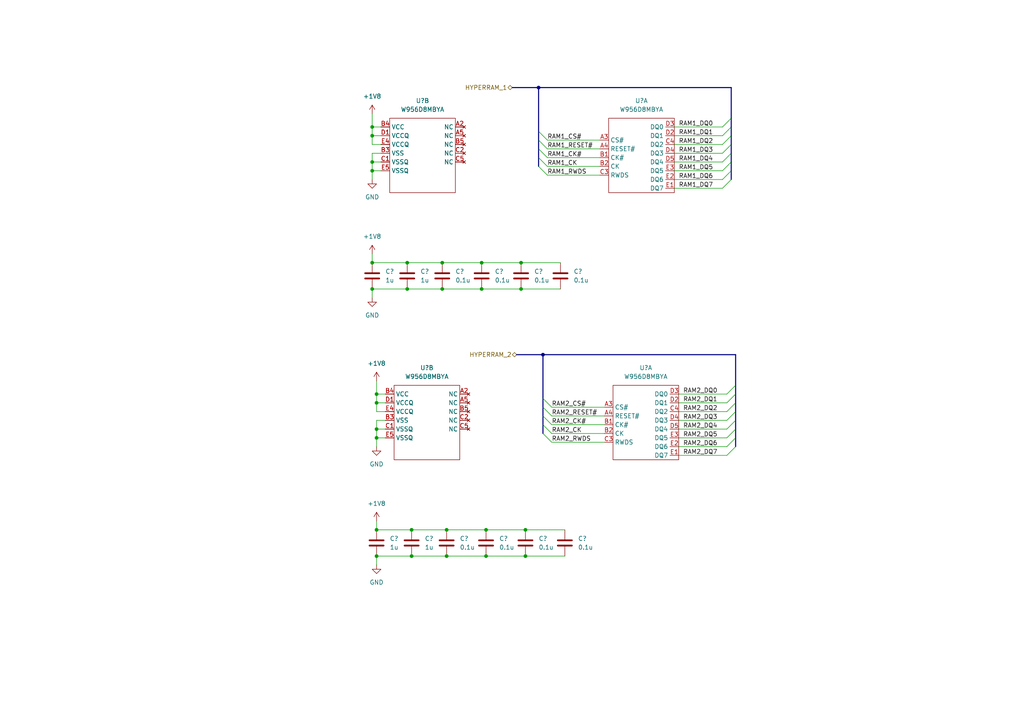
<source format=kicad_sch>
(kicad_sch (version 20211123) (generator eeschema)
  (paper "A4")
  (lib_symbols
    (symbol "Device:C" (pin_numbers hide) (pin_names (offset 0.254))
      (property "Reference" "C" (at 0.635 2.54 0))
      (property "Value" "C" (at 0.635 -2.54 0))
      (symbol "C_0_1"
        (polyline (pts (xy -2.032 -0.762) (xy 2.032 -0.762)) (stroke (width 0.508)))
        (polyline (pts (xy -2.032 0.762) (xy 2.032 0.762)) (stroke (width 0.508)))
      )
      (symbol "C_1_1"
        (pin passive line (at 0 3.81 270) (length 2.794) (name "~") (number "1"))
        (pin passive line (at 0 -3.81 90) (length 2.794) (name "~") (number "2"))
      )
    )
    (symbol "fpga_extension_library:W956D8MBYA"
      (property "Reference" "U" (at 0 1.27 0))
      (property "Value" "W956D8MBYA" (at 0 3.81 0))
      (symbol "W956D8MBYA_0_1"
        (rectangle (start -10.16 0) (end 8.89 -21.59))
      )
      (symbol "W956D8MBYA_1_1"
        (pin input line (at -12.7 -6.35 0) (length 2.54) (name "CS#") (number "A3"))
        (pin input line (at -12.7 -8.89 0) (length 2.54) (name "RESET#") (number "A4"))
        (pin input line (at -12.7 -11.43 0) (length 2.54) (name "CK#") (number "B1"))
        (pin input line (at -12.7 -13.97 0) (length 2.54) (name "CK") (number "B2"))
        (pin input line (at -12.7 -16.51 0) (length 2.54) (name "RWDS") (number "C3"))
        (pin input line (at 8.89 -7.62 180) (length 2.54) (name "DQ2") (number "C4"))
        (pin input line (at 8.89 -5.08 180) (length 2.54) (name "DQ1") (number "D2"))
        (pin input line (at 8.89 -2.54 180) (length 2.54) (name "DQ0") (number "D3"))
        (pin input line (at 8.89 -10.16 180) (length 2.54) (name "DQ3") (number "D4"))
        (pin input line (at 8.89 -12.7 180) (length 2.54) (name "DQ4") (number "D5"))
        (pin input line (at 8.89 -20.32 180) (length 2.54) (name "DQ7") (number "E1"))
        (pin input line (at 8.89 -17.78 180) (length 2.54) (name "DQ6") (number "E2"))
        (pin input line (at 8.89 -15.24 180) (length 2.54) (name "DQ5") (number "E3"))
      )
      (symbol "W956D8MBYA_2_1"
        (pin no_connect line (at 11.43 -2.54 180) (length 2.54) (name "NC") (number "A2"))
        (pin no_connect line (at 11.43 -5.08 180) (length 2.54) (name "NC") (number "A5"))
        (pin power_in line (at -12.7 -10.16 0) (length 2.54) (name "VSS") (number "B3"))
        (pin power_in line (at -12.7 -2.54 0) (length 2.54) (name "VCC") (number "B4"))
        (pin no_connect line (at 11.43 -7.62 180) (length 2.54) (name "NC") (number "B5"))
        (pin power_in line (at -12.7 -12.7 0) (length 2.54) (name "VSSQ") (number "C1"))
        (pin no_connect line (at 11.43 -10.16 180) (length 2.54) (name "NC") (number "C2"))
        (pin no_connect line (at 11.43 -12.7 180) (length 2.54) (name "NC") (number "C5"))
        (pin power_in line (at -12.7 -5.08 0) (length 2.54) (name "VCCQ") (number "D1"))
        (pin power_in line (at -12.7 -7.62 0) (length 2.54) (name "VCCQ") (number "E4"))
        (pin power_in line (at -12.7 -15.24 0) (length 2.54) (name "VSSQ") (number "E5"))
      )
    )
    (symbol "power:+1V8" (power) (pin_names (offset 0))
      (property "Value" "+1V8" (at 0 3.556 0))
      (symbol "+1V8_0_1"
        (polyline (pts (xy -0.762 1.27) (xy 0 2.54)))
        (polyline (pts (xy 0 0) (xy 0 2.54)))
        (polyline (pts (xy 0 2.54) (xy 0.762 1.27)))
      )
      (symbol "+1V8_1_1"
        (pin power_in line (at 0 0 90) (length 0) hide (name "+1V8") (number "1"))
      )
    )
    (symbol "power:GND" (power) (pin_names (offset 0))
      (property "Value" "GND" (at 0 -3.81 0))
      (symbol "GND_0_1"
        (polyline (pts (xy 0 0) (xy 0 -1.27) (xy 1.27 -1.27) (xy 0 -2.54) (xy -1.27 -1.27) (xy 0 -1.27)))
      )
      (symbol "GND_1_1"
        (pin power_in line (at 0 0 270) (length 0) hide (name "GND") (number "1"))
      )
    )
  )
  (junction (at 140.97 153.67))
  (junction (at 109.22 161.29))
  (junction (at 151.13 83.82))
  (junction (at 107.95 49.53))
  (junction (at 109.22 116.84))
  (junction (at 129.54 161.29))
  (junction (at 109.22 127))
  (junction (at 107.95 46.99))
  (junction (at 139.7 83.82))
  (junction (at 107.95 76.2))
  (junction (at 119.38 153.67))
  (junction (at 109.22 153.67))
  (junction (at 152.4 161.29))
  (junction (at 151.13 76.2))
  (junction (at 157.48 102.87))
  (junction (at 129.54 153.67))
  (junction (at 118.11 83.82))
  (junction (at 140.97 161.29))
  (junction (at 109.22 114.3))
  (junction (at 118.11 76.2))
  (junction (at 156.21 25.4))
  (junction (at 128.27 83.82))
  (junction (at 139.7 76.2))
  (junction (at 119.38 161.29))
  (junction (at 109.22 124.46))
  (junction (at 107.95 36.83))
  (junction (at 128.27 76.2))
  (junction (at 107.95 83.82))
  (junction (at 152.4 153.67))
  (junction (at 107.95 39.37))
  (bus_entry (at 210.82 129.54) (size 2.54 -2.54))
  (bus_entry (at 157.48 118.11) (size 2.54 2.54))
  (bus_entry (at 157.48 115.57) (size 2.54 2.54))
  (bus_entry (at 210.82 132.08) (size 2.54 -2.54))
  (bus_entry (at 210.82 127) (size 2.54 -2.54))
  (bus_entry (at 210.82 124.46) (size 2.54 -2.54))
  (bus_entry (at 157.48 123.19) (size 2.54 2.54))
  (bus_entry (at 210.82 116.84) (size 2.54 -2.54))
  (bus_entry (at 156.21 48.26) (size 2.54 2.54))
  (bus_entry (at 156.21 45.72) (size 2.54 2.54))
  (bus_entry (at 156.21 43.18) (size 2.54 2.54))
  (bus_entry (at 156.21 40.64) (size 2.54 2.54))
  (bus_entry (at 156.21 38.1) (size 2.54 2.54))
  (bus_entry (at 209.55 36.83) (size 2.54 -2.54))
  (bus_entry (at 209.55 39.37) (size 2.54 -2.54))
  (bus_entry (at 209.55 41.91) (size 2.54 -2.54))
  (bus_entry (at 209.55 54.61) (size 2.54 -2.54))
  (bus_entry (at 209.55 44.45) (size 2.54 -2.54))
  (bus_entry (at 209.55 46.99) (size 2.54 -2.54))
  (bus_entry (at 209.55 49.53) (size 2.54 -2.54))
  (bus_entry (at 209.55 52.07) (size 2.54 -2.54))
  (bus_entry (at 210.82 114.3) (size 2.54 -2.54))
  (bus_entry (at 210.82 121.92) (size 2.54 -2.54))
  (bus_entry (at 157.48 120.65) (size 2.54 2.54))
  (bus_entry (at 157.48 125.73) (size 2.54 2.54))
  (bus_entry (at 210.82 119.38) (size 2.54 -2.54))
  (wire (pts (xy 109.22 161.29) (xy 119.38 161.29)))
  (bus (pts (xy 157.48 120.65) (xy 157.48 123.19)))
  (bus (pts (xy 157.48 118.11) (xy 157.48 120.65)))
  (wire (pts (xy 118.11 76.2) (xy 128.27 76.2)))
  (bus (pts (xy 213.36 121.92) (xy 213.36 119.38)))
  (wire (pts (xy 109.22 110.49) (xy 109.22 114.3)))
  (wire (pts (xy 196.85 132.08) (xy 210.82 132.08)))
  (wire (pts (xy 158.75 40.64) (xy 173.99 40.64)))
  (wire (pts (xy 158.75 50.8) (xy 173.99 50.8)))
  (wire (pts (xy 109.22 114.3) (xy 111.76 114.3)))
  (wire (pts (xy 107.95 36.83) (xy 107.95 39.37)))
  (wire (pts (xy 109.22 127) (xy 111.76 127)))
  (wire (pts (xy 151.13 76.2) (xy 162.56 76.2)))
  (wire (pts (xy 107.95 83.82) (xy 107.95 86.36)))
  (bus (pts (xy 212.09 52.07) (xy 212.09 49.53)))
  (wire (pts (xy 158.75 48.26) (xy 173.99 48.26)))
  (wire (pts (xy 151.13 83.82) (xy 162.56 83.82)))
  (bus (pts (xy 213.36 116.84) (xy 213.36 114.3)))
  (wire (pts (xy 107.95 49.53) (xy 107.95 52.07)))
  (wire (pts (xy 195.58 44.45) (xy 209.55 44.45)))
  (wire (pts (xy 107.95 39.37) (xy 107.95 41.91)))
  (bus (pts (xy 156.21 38.1) (xy 156.21 40.64)))
  (bus (pts (xy 157.48 102.87) (xy 157.48 115.57)))
  (wire (pts (xy 118.11 83.82) (xy 128.27 83.82)))
  (bus (pts (xy 148.59 25.4) (xy 156.21 25.4)))
  (wire (pts (xy 107.95 46.99) (xy 107.95 49.53)))
  (wire (pts (xy 195.58 49.53) (xy 209.55 49.53)))
  (wire (pts (xy 109.22 114.3) (xy 109.22 116.84)))
  (wire (pts (xy 107.95 44.45) (xy 107.95 46.99)))
  (bus (pts (xy 156.21 40.64) (xy 156.21 43.18)))
  (wire (pts (xy 128.27 83.82) (xy 139.7 83.82)))
  (wire (pts (xy 109.22 124.46) (xy 109.22 127)))
  (wire (pts (xy 107.95 39.37) (xy 110.49 39.37)))
  (wire (pts (xy 140.97 153.67) (xy 152.4 153.67)))
  (bus (pts (xy 212.09 46.99) (xy 212.09 44.45)))
  (wire (pts (xy 109.22 151.13) (xy 109.22 153.67)))
  (wire (pts (xy 109.22 119.38) (xy 111.76 119.38)))
  (wire (pts (xy 109.22 161.29) (xy 109.22 163.83)))
  (wire (pts (xy 129.54 161.29) (xy 140.97 161.29)))
  (bus (pts (xy 156.21 25.4) (xy 156.21 38.1)))
  (wire (pts (xy 196.85 129.54) (xy 210.82 129.54)))
  (wire (pts (xy 195.58 41.91) (xy 209.55 41.91)))
  (wire (pts (xy 107.95 33.02) (xy 107.95 36.83)))
  (wire (pts (xy 160.02 118.11) (xy 175.26 118.11)))
  (wire (pts (xy 152.4 153.67) (xy 163.83 153.67)))
  (wire (pts (xy 109.22 153.67) (xy 119.38 153.67)))
  (wire (pts (xy 160.02 123.19) (xy 175.26 123.19)))
  (wire (pts (xy 110.49 44.45) (xy 107.95 44.45)))
  (wire (pts (xy 158.75 45.72) (xy 173.99 45.72)))
  (bus (pts (xy 149.86 102.87) (xy 157.48 102.87)))
  (bus (pts (xy 212.09 49.53) (xy 212.09 46.99)))
  (wire (pts (xy 196.85 119.38) (xy 210.82 119.38)))
  (wire (pts (xy 107.95 73.66) (xy 107.95 76.2)))
  (bus (pts (xy 213.36 114.3) (xy 213.36 111.76)))
  (wire (pts (xy 160.02 120.65) (xy 175.26 120.65)))
  (wire (pts (xy 107.95 36.83) (xy 110.49 36.83)))
  (wire (pts (xy 107.95 49.53) (xy 110.49 49.53)))
  (wire (pts (xy 152.4 161.29) (xy 163.83 161.29)))
  (bus (pts (xy 213.36 119.38) (xy 213.36 116.84)))
  (wire (pts (xy 107.95 41.91) (xy 110.49 41.91)))
  (wire (pts (xy 195.58 36.83) (xy 209.55 36.83)))
  (wire (pts (xy 196.85 124.46) (xy 210.82 124.46)))
  (wire (pts (xy 109.22 124.46) (xy 111.76 124.46)))
  (wire (pts (xy 129.54 153.67) (xy 140.97 153.67)))
  (wire (pts (xy 196.85 114.3) (xy 210.82 114.3)))
  (wire (pts (xy 195.58 52.07) (xy 209.55 52.07)))
  (bus (pts (xy 213.36 124.46) (xy 213.36 121.92)))
  (wire (pts (xy 111.76 121.92) (xy 109.22 121.92)))
  (bus (pts (xy 213.36 127) (xy 213.36 124.46)))
  (bus (pts (xy 213.36 111.76) (xy 213.36 102.87)))
  (wire (pts (xy 196.85 116.84) (xy 210.82 116.84)))
  (bus (pts (xy 212.09 34.29) (xy 212.09 25.4)))
  (bus (pts (xy 213.36 129.54) (xy 213.36 127)))
  (wire (pts (xy 107.95 83.82) (xy 118.11 83.82)))
  (wire (pts (xy 196.85 127) (xy 210.82 127)))
  (bus (pts (xy 157.48 123.19) (xy 157.48 125.73)))
  (wire (pts (xy 119.38 161.29) (xy 129.54 161.29)))
  (wire (pts (xy 109.22 121.92) (xy 109.22 124.46)))
  (wire (pts (xy 196.85 121.92) (xy 210.82 121.92)))
  (wire (pts (xy 128.27 76.2) (xy 139.7 76.2)))
  (wire (pts (xy 109.22 116.84) (xy 111.76 116.84)))
  (bus (pts (xy 212.09 41.91) (xy 212.09 39.37)))
  (wire (pts (xy 160.02 125.73) (xy 175.26 125.73)))
  (wire (pts (xy 107.95 46.99) (xy 110.49 46.99)))
  (bus (pts (xy 156.21 25.4) (xy 212.09 25.4)))
  (wire (pts (xy 158.75 43.18) (xy 173.99 43.18)))
  (wire (pts (xy 195.58 54.61) (xy 209.55 54.61)))
  (wire (pts (xy 109.22 116.84) (xy 109.22 119.38)))
  (wire (pts (xy 139.7 83.82) (xy 151.13 83.82)))
  (wire (pts (xy 195.58 39.37) (xy 209.55 39.37)))
  (bus (pts (xy 212.09 39.37) (xy 212.09 36.83)))
  (wire (pts (xy 160.02 128.27) (xy 175.26 128.27)))
  (bus (pts (xy 156.21 45.72) (xy 156.21 48.26)))
  (bus (pts (xy 212.09 36.83) (xy 212.09 34.29)))
  (wire (pts (xy 139.7 76.2) (xy 151.13 76.2)))
  (bus (pts (xy 156.21 43.18) (xy 156.21 45.72)))
  (wire (pts (xy 107.95 76.2) (xy 118.11 76.2)))
  (wire (pts (xy 109.22 127) (xy 109.22 129.54)))
  (bus (pts (xy 157.48 102.87) (xy 213.36 102.87)))
  (wire (pts (xy 195.58 46.99) (xy 209.55 46.99)))
  (bus (pts (xy 212.09 44.45) (xy 212.09 41.91)))
  (wire (pts (xy 119.38 153.67) (xy 129.54 153.67)))
  (bus (pts (xy 157.48 115.57) (xy 157.48 118.11)))
  (wire (pts (xy 140.97 161.29) (xy 152.4 161.29)))
  (label "RAM1_RWDS" (at 158.75 50.8 0))
  (label "RAM2_DQ1" (at 198.12 116.84 0))
  (label "RAM1_CK" (at 158.75 48.26 0))
  (label "RAM1_RESET#" (at 158.75 43.18 0))
  (label "RAM1_DQ5" (at 196.85 49.53 0))
  (label "RAM1_DQ0" (at 196.85 36.83 0))
  (label "RAM2_DQ4" (at 198.12 124.46 0))
  (label "RAM2_DQ7" (at 198.12 132.08 0))
  (label "RAM2_CK" (at 160.02 125.73 0))
  (label "RAM2_DQ2" (at 198.12 119.38 0))
  (label "RAM2_DQ0" (at 198.12 114.3 0))
  (label "RAM1_DQ1" (at 196.85 39.37 0))
  (label "RAM2_DQ5" (at 198.12 127 0))
  (label "RAM1_DQ7" (at 196.85 54.61 0))
  (label "RAM2_DQ6" (at 198.12 129.54 0))
  (label "RAM2_CS#" (at 160.02 118.11 0))
  (label "RAM1_DQ2" (at 196.85 41.91 0))
  (label "RAM1_CK#" (at 158.75 45.72 0))
  (label "RAM2_DQ3" (at 198.12 121.92 0))
  (label "RAM2_CK#" (at 160.02 123.19 0))
  (label "RAM1_DQ4" (at 196.85 46.99 0))
  (label "RAM1_DQ6" (at 196.85 52.07 0))
  (label "RAM2_RESET#" (at 160.02 120.65 0))
  (label "RAM1_DQ3" (at 196.85 44.45 0))
  (label "RAM1_CS#" (at 158.75 40.64 0))
  (label "RAM2_RWDS" (at 160.02 128.27 0))
  (hierarchical_label "HYPERRAM_1" (shape bidirectional) (at 148.59 25.4 180))
  (hierarchical_label "HYPERRAM_2" (shape bidirectional) (at 149.86 102.87 180))
  (symbol (lib_id "Device:C") (at 140.97 157.48 0) (unit 1)
    (property "Reference" "C?" (at 144.78 156.2099 0) (effects (justify left)))
    (property "Value" "0.1u" (at 144.78 158.7499 0) (effects (justify left)))
    (property "Footprint" "Capacitor_SMD:C_0402_1005Metric_Pad0.74x0.62mm_HandSolder" (effects hide))
  )
  (symbol (lib_id "Device:C") (at 151.13 80.01 0) (unit 1)
    (property "Reference" "C?" (at 154.94 78.7399 0) (effects (justify left)))
    (property "Value" "0.1u" (at 154.94 81.2799 0) (effects (justify left)))
    (property "Footprint" "Capacitor_SMD:C_0402_1005Metric_Pad0.74x0.62mm_HandSolder" (effects hide))
  )
  (symbol (lib_id "power:+1V8") (at 107.95 33.02 0) (unit 1)
    (property "Reference" "#PWR?" (effects hide))
    (property "Value" "+1V8" (at 107.95 27.94 0))
  )
  (symbol (lib_id "Device:C") (at 118.11 80.01 0) (unit 1)
    (property "Reference" "C?" (at 121.92 78.7399 0) (effects (justify left)))
    (property "Value" "1u" (at 121.92 81.2799 0) (effects (justify left)))
    (property "Footprint" "Capacitor_SMD:C_0402_1005Metric_Pad0.74x0.62mm_HandSolder" (effects hide))
  )
  (symbol (lib_id "fpga_extension_library:W956D8MBYA") (at 123.19 34.29 0) (unit 2)
    (property "Reference" "U?" (at 122.555 29.21 0))
    (property "Value" "W956D8MBYA" (at 122.555 31.75 0))
    (property "Footprint" "fpga_extension-backups:BGA24C100P5X5_800X600X120N" (effects hide))
  )
  (symbol (lib_id "Device:C") (at 163.83 157.48 0) (unit 1)
    (property "Reference" "C?" (at 167.64 156.2099 0) (effects (justify left)))
    (property "Value" "0.1u" (at 167.64 158.7499 0) (effects (justify left)))
    (property "Footprint" "Capacitor_SMD:C_0402_1005Metric_Pad0.74x0.62mm_HandSolder" (effects hide))
  )
  (symbol (lib_id "Device:C") (at 128.27 80.01 0) (unit 1)
    (property "Reference" "C?" (at 132.08 78.7399 0) (effects (justify left)))
    (property "Value" "0.1u" (at 132.08 81.2799 0) (effects (justify left)))
    (property "Footprint" "Capacitor_SMD:C_0402_1005Metric_Pad0.74x0.62mm_HandSolder" (effects hide))
  )
  (symbol (lib_id "Device:C") (at 119.38 157.48 0) (unit 1)
    (property "Reference" "C?" (at 123.19 156.2099 0) (effects (justify left)))
    (property "Value" "1u" (at 123.19 158.7499 0) (effects (justify left)))
    (property "Footprint" "Capacitor_SMD:C_0402_1005Metric_Pad0.74x0.62mm_HandSolder" (effects hide))
  )
  (symbol (lib_id "Device:C") (at 139.7 80.01 0) (unit 1)
    (property "Reference" "C?" (at 143.51 78.7399 0) (effects (justify left)))
    (property "Value" "0.1u" (at 143.51 81.2799 0) (effects (justify left)))
    (property "Footprint" "Capacitor_SMD:C_0402_1005Metric_Pad0.74x0.62mm_HandSolder" (effects hide))
  )
  (symbol (lib_id "fpga_extension_library:W956D8MBYA") (at 187.96 111.76 0) (unit 1)
    (property "Reference" "U?" (at 187.325 106.68 0))
    (property "Value" "W956D8MBYA" (at 187.325 109.22 0))
    (property "Footprint" "fpga_extension-backups:BGA24C100P5X5_800X600X120N" (effects hide))
  )
  (symbol (lib_id "power:GND") (at 107.95 86.36 0) (unit 1)
    (property "Reference" "#PWR?" (effects hide))
    (property "Value" "GND" (at 107.95 91.44 0))
  )
  (symbol (lib_id "power:GND") (at 107.95 52.07 0) (unit 1)
    (property "Reference" "#PWR?" (effects hide))
    (property "Value" "GND" (at 107.95 57.15 0))
  )
  (symbol (lib_id "power:+1V8") (at 109.22 151.13 0) (unit 1)
    (property "Reference" "#PWR?" (effects hide))
    (property "Value" "+1V8" (at 109.22 146.05 0))
  )
  (symbol (lib_id "Device:C") (at 152.4 157.48 0) (unit 1)
    (property "Reference" "C?" (at 156.21 156.2099 0) (effects (justify left)))
    (property "Value" "0.1u" (at 156.21 158.7499 0) (effects (justify left)))
    (property "Footprint" "Capacitor_SMD:C_0402_1005Metric_Pad0.74x0.62mm_HandSolder" (effects hide))
  )
  (symbol (lib_id "power:+1V8") (at 107.95 73.66 0) (unit 1)
    (property "Reference" "#PWR?" (effects hide))
    (property "Value" "+1V8" (at 107.95 68.58 0))
  )
  (symbol (lib_id "Device:C") (at 109.22 157.48 0) (unit 1)
    (property "Reference" "C?" (at 113.03 156.2099 0) (effects (justify left)))
    (property "Value" "1u" (at 113.03 158.7499 0) (effects (justify left)))
    (property "Footprint" "Capacitor_SMD:C_0402_1005Metric_Pad0.74x0.62mm_HandSolder" (effects hide))
  )
  (symbol (lib_id "Device:C") (at 129.54 157.48 0) (unit 1)
    (property "Reference" "C?" (at 133.35 156.2099 0) (effects (justify left)))
    (property "Value" "0.1u" (at 133.35 158.7499 0) (effects (justify left)))
    (property "Footprint" "Capacitor_SMD:C_0402_1005Metric_Pad0.74x0.62mm_HandSolder" (effects hide))
  )
  (symbol (lib_id "power:GND") (at 109.22 163.83 0) (unit 1)
    (property "Reference" "#PWR?" (effects hide))
    (property "Value" "GND" (at 109.22 168.91 0))
  )
  (symbol (lib_id "power:GND") (at 109.22 129.54 0) (unit 1)
    (property "Reference" "#PWR?" (effects hide))
    (property "Value" "GND" (at 109.22 134.62 0))
  )
  (symbol (lib_id "Device:C") (at 162.56 80.01 0) (unit 1)
    (property "Reference" "C?" (at 166.37 78.7399 0) (effects (justify left)))
    (property "Value" "0.1u" (at 166.37 81.2799 0) (effects (justify left)))
    (property "Footprint" "Capacitor_SMD:C_0402_1005Metric_Pad0.74x0.62mm_HandSolder" (effects hide))
  )
  (symbol (lib_id "fpga_extension_library:W956D8MBYA") (at 124.46 111.76 0) (unit 2)
    (property "Reference" "U?" (at 123.825 106.68 0))
    (property "Value" "W956D8MBYA" (at 123.825 109.22 0))
    (property "Footprint" "fpga_extension-backups:BGA24C100P5X5_800X600X120N" (effects hide))
  )
  (symbol (lib_id "power:+1V8") (at 109.22 110.49 0) (unit 1)
    (property "Reference" "#PWR?" (effects hide))
    (property "Value" "+1V8" (at 109.22 105.41 0))
  )
  (symbol (lib_id "Device:C") (at 107.95 80.01 0) (unit 1)
    (property "Reference" "C?" (at 111.76 78.7399 0) (effects (justify left)))
    (property "Value" "1u" (at 111.76 81.2799 0) (effects (justify left)))
    (property "Footprint" "Capacitor_SMD:C_0402_1005Metric_Pad0.74x0.62mm_HandSolder" (effects hide))
  )
  (symbol (lib_id "fpga_extension_library:W956D8MBYA") (at 186.69 34.29 0) (unit 1)
    (property "Reference" "U?" (at 186.055 29.21 0))
    (property "Value" "W956D8MBYA" (at 186.055 31.75 0))
    (property "Footprint" "fpga_extension-backups:BGA24C100P5X5_800X600X120N" (effects hide))
  )
)
</source>
